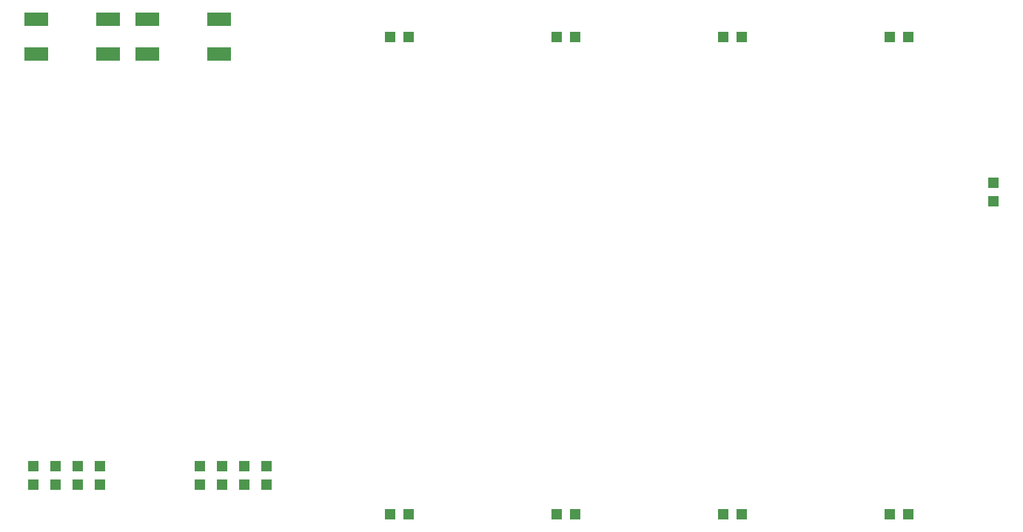
<source format=gtp>
G04 #@! TF.GenerationSoftware,KiCad,Pcbnew,6.0.0-unknown-f1f26a9~86~ubuntu18.04.1*
G04 #@! TF.CreationDate,2019-06-07T10:14:52-04:00*
G04 #@! TF.ProjectId,backlight_controller_6x3,6261636b-6c69-4676-9874-5f636f6e7472,1.0*
G04 #@! TF.SameCoordinates,Original*
G04 #@! TF.FileFunction,Paste,Top*
G04 #@! TF.FilePolarity,Positive*
%FSLAX46Y46*%
G04 Gerber Fmt 4.6, Leading zero omitted, Abs format (unit mm)*
G04 Created by KiCad (PCBNEW 6.0.0-unknown-f1f26a9~86~ubuntu18.04.1) date 2019-06-07 10:14:52*
%MOMM*%
%LPD*%
G04 APERTURE LIST*
%ADD10R,2.667000X1.590040*%
%ADD11R,1.193800X1.193800*%
G04 APERTURE END LIST*
D10*
X100647500Y-76106020D03*
X92392500Y-76106020D03*
X100647500Y-80103980D03*
X92392500Y-80103980D03*
X87947500Y-76106020D03*
X79692500Y-76106020D03*
X87947500Y-80103980D03*
X79692500Y-80103980D03*
D11*
X139280900Y-78105000D03*
X141389100Y-78105000D03*
X103505000Y-127215900D03*
X103505000Y-129324100D03*
X100965000Y-127215900D03*
X100965000Y-129324100D03*
X106045000Y-127215900D03*
X106045000Y-129324100D03*
X98425000Y-127215900D03*
X98425000Y-129324100D03*
X189230000Y-94830900D03*
X189230000Y-96939100D03*
X120230900Y-78105000D03*
X122339100Y-78105000D03*
X177380900Y-132715000D03*
X179489100Y-132715000D03*
X120230900Y-132715000D03*
X122339100Y-132715000D03*
X86995000Y-127215900D03*
X86995000Y-129324100D03*
X79375000Y-127215900D03*
X79375000Y-129324100D03*
X158330900Y-132715000D03*
X160439100Y-132715000D03*
X84455000Y-127215900D03*
X84455000Y-129324100D03*
X81915000Y-127215900D03*
X81915000Y-129324100D03*
X158330900Y-78105000D03*
X160439100Y-78105000D03*
X139280900Y-132715000D03*
X141389100Y-132715000D03*
X177380900Y-78105000D03*
X179489100Y-78105000D03*
M02*

</source>
